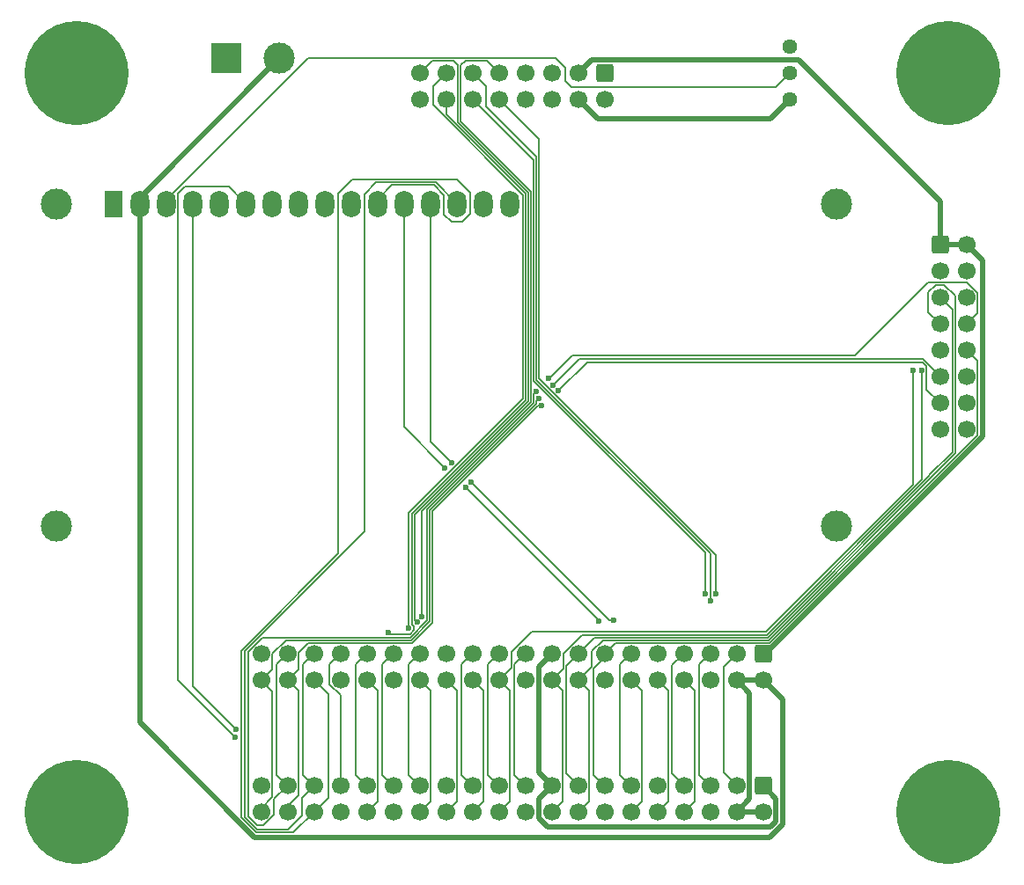
<source format=gbr>
%TF.GenerationSoftware,KiCad,Pcbnew,(6.0.6)*%
%TF.CreationDate,2022-08-14T22:29:33-04:00*%
%TF.ProjectId,raspberry_pi_wiring_harness,72617370-6265-4727-9279-5f70695f7769,rev?*%
%TF.SameCoordinates,Original*%
%TF.FileFunction,Copper,L1,Top*%
%TF.FilePolarity,Positive*%
%FSLAX46Y46*%
G04 Gerber Fmt 4.6, Leading zero omitted, Abs format (unit mm)*
G04 Created by KiCad (PCBNEW (6.0.6)) date 2022-08-14 22:29:33*
%MOMM*%
%LPD*%
G01*
G04 APERTURE LIST*
G04 Aperture macros list*
%AMRoundRect*
0 Rectangle with rounded corners*
0 $1 Rounding radius*
0 $2 $3 $4 $5 $6 $7 $8 $9 X,Y pos of 4 corners*
0 Add a 4 corners polygon primitive as box body*
4,1,4,$2,$3,$4,$5,$6,$7,$8,$9,$2,$3,0*
0 Add four circle primitives for the rounded corners*
1,1,$1+$1,$2,$3*
1,1,$1+$1,$4,$5*
1,1,$1+$1,$6,$7*
1,1,$1+$1,$8,$9*
0 Add four rect primitives between the rounded corners*
20,1,$1+$1,$2,$3,$4,$5,0*
20,1,$1+$1,$4,$5,$6,$7,0*
20,1,$1+$1,$6,$7,$8,$9,0*
20,1,$1+$1,$8,$9,$2,$3,0*%
G04 Aperture macros list end*
%TA.AperFunction,ComponentPad*%
%ADD10C,1.440000*%
%TD*%
%TA.AperFunction,ComponentPad*%
%ADD11RoundRect,0.250000X-0.600000X0.600000X-0.600000X-0.600000X0.600000X-0.600000X0.600000X0.600000X0*%
%TD*%
%TA.AperFunction,ComponentPad*%
%ADD12C,1.700000*%
%TD*%
%TA.AperFunction,ComponentPad*%
%ADD13RoundRect,0.250000X-0.600000X-0.600000X0.600000X-0.600000X0.600000X0.600000X-0.600000X0.600000X0*%
%TD*%
%TA.AperFunction,ComponentPad*%
%ADD14R,3.000000X3.000000*%
%TD*%
%TA.AperFunction,ComponentPad*%
%ADD15C,3.000000*%
%TD*%
%TA.AperFunction,ComponentPad*%
%ADD16C,0.900000*%
%TD*%
%TA.AperFunction,ComponentPad*%
%ADD17C,10.000000*%
%TD*%
%TA.AperFunction,ComponentPad*%
%ADD18R,1.800000X2.600000*%
%TD*%
%TA.AperFunction,ComponentPad*%
%ADD19O,1.800000X2.600000*%
%TD*%
%TA.AperFunction,ViaPad*%
%ADD20C,0.600000*%
%TD*%
%TA.AperFunction,Conductor*%
%ADD21C,0.508000*%
%TD*%
%TA.AperFunction,Conductor*%
%ADD22C,0.127000*%
%TD*%
G04 APERTURE END LIST*
D10*
%TO.P,RV1,1,1*%
%TO.N,GND*%
X126200000Y-55080000D03*
%TO.P,RV1,2,2*%
%TO.N,Net-(DS1-Pad3)*%
X126200000Y-57620000D03*
%TO.P,RV1,3,3*%
%TO.N,+5V*%
X126200000Y-60160000D03*
%TD*%
D11*
%TO.P,J5,1,GND*%
%TO.N,GND*%
X108420000Y-57620000D03*
D12*
%TO.P,J5,2,GND2*%
X108420000Y-60160000D03*
%TO.P,J5,3,3V3*%
%TO.N,+3V3*%
X105880000Y-57620000D03*
%TO.P,J5,4,5V*%
%TO.N,+5V*%
X105880000Y-60160000D03*
%TO.P,J5,5,GND3*%
%TO.N,GND*%
X103340000Y-57620000D03*
%TO.P,J5,6,GND4*%
X103340000Y-60160000D03*
%TO.P,J5,7,GND5*%
X100800000Y-57620000D03*
%TO.P,J5,8,GND6*%
X100800000Y-60160000D03*
%TO.P,J5,9,LCD_CLOCK*%
%TO.N,/GPIO1*%
X98260000Y-57620000D03*
%TO.P,J5,10,LCD_DATA*%
%TO.N,/GPIO2*%
X98260000Y-60160000D03*
%TO.P,J5,11,LCD_PLANE_1*%
%TO.N,/GPIO3*%
X95720000Y-57620000D03*
%TO.P,J5,12,LCD_PLANE_2*%
%TO.N,/GPIO4*%
X95720000Y-60160000D03*
%TO.P,J5,13,LCD_PLANE_3*%
%TO.N,/GPIO5*%
X93180000Y-57620000D03*
%TO.P,J5,14,LCD_PLANE_4*%
%TO.N,/GPIO6*%
X93180000Y-60160000D03*
%TO.P,J5,15,LCD_~{SAMPLE}*%
%TO.N,/GPIO0*%
X90640000Y-57620000D03*
%TO.P,J5,16,GND3*%
%TO.N,GND*%
X90640000Y-60160000D03*
%TD*%
D13*
%TO.P,J4,1,3V3*%
%TO.N,+3V3*%
X140687500Y-74130000D03*
D12*
%TO.P,J4,2,3V3_dup*%
X143227500Y-74130000D03*
%TO.P,J4,3,GND*%
%TO.N,GND*%
X140687500Y-76670000D03*
%TO.P,J4,4,GND2*%
X143227500Y-76670000D03*
%TO.P,J4,5,S0*%
%TO.N,/GPIO22*%
X140687500Y-79210000D03*
%TO.P,J4,6,S3*%
%TO.N,/GPIO25*%
X143227500Y-79210000D03*
%TO.P,J4,7,S1*%
%TO.N,/GPIO23*%
X140687500Y-81750000D03*
%TO.P,J4,8,S4*%
%TO.N,/GPIO26*%
X143227500Y-81750000D03*
%TO.P,J4,9,S2*%
%TO.N,/GPIO24*%
X140687500Y-84290000D03*
%TO.P,J4,10,S5*%
%TO.N,/GPIO27*%
X143227500Y-84290000D03*
%TO.P,J4,11,~{E}*%
%TO.N,/GPIO21*%
X140687500Y-86830000D03*
%TO.P,J4,12,~{E}_dup*%
X143227500Y-86830000D03*
%TO.P,J4,13,POW*%
%TO.N,/GPIO20*%
X140687500Y-89370000D03*
%TO.P,J4,14,POW_dup*%
X143227500Y-89370000D03*
%TO.P,J4,15,GND3*%
%TO.N,GND*%
X140687500Y-91910000D03*
%TO.P,J4,16,GND4*%
X143227500Y-91910000D03*
%TD*%
D14*
%TO.P,J3,1,Pin_1*%
%TO.N,GND*%
X72072600Y-56197600D03*
D15*
%TO.P,J3,2,Pin_2*%
%TO.N,+5V*%
X77152600Y-56197600D03*
%TD*%
D11*
%TO.P,J2,1,3V3*%
%TO.N,+3V3*%
X123660000Y-126200000D03*
D12*
%TO.P,J2,2,5V*%
%TO.N,+5V*%
X123660000Y-128740000D03*
%TO.P,J2,3,SDA/GPIO2*%
%TO.N,/GPIO2*%
X121120000Y-126200000D03*
%TO.P,J2,4,5V*%
%TO.N,+5V*%
X121120000Y-128740000D03*
%TO.P,J2,5,SCL/GPIO3*%
%TO.N,/GPIO3*%
X118580000Y-126200000D03*
%TO.P,J2,6,GND*%
%TO.N,GND*%
X118580000Y-128740000D03*
%TO.P,J2,7,GCLK0/GPIO4*%
%TO.N,/GPIO4*%
X116040000Y-126200000D03*
%TO.P,J2,8,GPIO14/TXD*%
%TO.N,/GPIO14*%
X116040000Y-128740000D03*
%TO.P,J2,9,GND*%
%TO.N,GND*%
X113500000Y-126200000D03*
%TO.P,J2,10,GPIO15/RXD*%
%TO.N,/GPIO15*%
X113500000Y-128740000D03*
%TO.P,J2,11,GPIO17*%
%TO.N,/GPIO17*%
X110960000Y-126200000D03*
%TO.P,J2,12,GPIO18/PWM0*%
%TO.N,/GPIO18*%
X110960000Y-128740000D03*
%TO.P,J2,13,GPIO27*%
%TO.N,/GPIO27*%
X108420000Y-126200000D03*
%TO.P,J2,14,GND*%
%TO.N,GND*%
X108420000Y-128740000D03*
%TO.P,J2,15,GPIO22*%
%TO.N,/GPIO22*%
X105880000Y-126200000D03*
%TO.P,J2,16,GPIO23*%
%TO.N,/GPIO23*%
X105880000Y-128740000D03*
%TO.P,J2,17,3V3*%
%TO.N,+3V3*%
X103340000Y-126200000D03*
%TO.P,J2,18,GPIO24*%
%TO.N,/GPIO24*%
X103340000Y-128740000D03*
%TO.P,J2,19,MOSI0/GPIO10*%
%TO.N,/GPIO10*%
X100800000Y-126200000D03*
%TO.P,J2,20,GND*%
%TO.N,GND*%
X100800000Y-128740000D03*
%TO.P,J2,21,MISO0/GPIO9*%
%TO.N,/GPIO9*%
X98260000Y-126200000D03*
%TO.P,J2,22,GPIO25*%
%TO.N,/GPIO25*%
X98260000Y-128740000D03*
%TO.P,J2,23,SCLK0/GPIO11*%
%TO.N,/GPIO11*%
X95720000Y-126200000D03*
%TO.P,J2,24,~{CE0}/GPIO8*%
%TO.N,/GPIO8*%
X95720000Y-128740000D03*
%TO.P,J2,25,GND*%
%TO.N,GND*%
X93180000Y-126200000D03*
%TO.P,J2,26,~{CE1}/GPIO7*%
%TO.N,/GPIO7*%
X93180000Y-128740000D03*
%TO.P,J2,27,ID_SD/GPIO0*%
%TO.N,/GPIO0*%
X90640000Y-126200000D03*
%TO.P,J2,28,ID_SC/GPIO1*%
%TO.N,/GPIO1*%
X90640000Y-128740000D03*
%TO.P,J2,29,GCLK1/GPIO5*%
%TO.N,/GPIO5*%
X88100000Y-126200000D03*
%TO.P,J2,30,GND*%
%TO.N,GND*%
X88100000Y-128740000D03*
%TO.P,J2,31,GCLK2/GPIO6*%
%TO.N,/GPIO6*%
X85560000Y-126200000D03*
%TO.P,J2,32,PWM0/GPIO12*%
%TO.N,/GPIO12*%
X85560000Y-128740000D03*
%TO.P,J2,33,PWM1/GPIO13*%
%TO.N,/GPIO13*%
X83020000Y-126200000D03*
%TO.P,J2,34,GND*%
%TO.N,GND*%
X83020000Y-128740000D03*
%TO.P,J2,35,GPIO19/MISO1*%
%TO.N,/GPIO19*%
X80480000Y-126200000D03*
%TO.P,J2,36,GPIO16*%
%TO.N,/GPIO16*%
X80480000Y-128740000D03*
%TO.P,J2,37,GPIO26*%
%TO.N,/GPIO26*%
X77940000Y-126200000D03*
%TO.P,J2,38,GPIO20/MOSI1*%
%TO.N,/GPIO20*%
X77940000Y-128740000D03*
%TO.P,J2,39,GND*%
%TO.N,GND*%
X75400000Y-126200000D03*
%TO.P,J2,40,GPIO21/SCLK1*%
%TO.N,/GPIO21*%
X75400000Y-128740000D03*
%TD*%
D11*
%TO.P,J1,1,3V3*%
%TO.N,+3V3*%
X123660000Y-113500000D03*
D12*
%TO.P,J1,2,5V*%
%TO.N,+5V*%
X123660000Y-116040000D03*
%TO.P,J1,3,SDA/GPIO2*%
%TO.N,/GPIO2*%
X121120000Y-113500000D03*
%TO.P,J1,4,5V*%
%TO.N,+5V*%
X121120000Y-116040000D03*
%TO.P,J1,5,SCL/GPIO3*%
%TO.N,/GPIO3*%
X118580000Y-113500000D03*
%TO.P,J1,6,GND*%
%TO.N,GND*%
X118580000Y-116040000D03*
%TO.P,J1,7,GCLK0/GPIO4*%
%TO.N,/GPIO4*%
X116040000Y-113500000D03*
%TO.P,J1,8,GPIO14/TXD*%
%TO.N,/GPIO14*%
X116040000Y-116040000D03*
%TO.P,J1,9,GND*%
%TO.N,GND*%
X113500000Y-113500000D03*
%TO.P,J1,10,GPIO15/RXD*%
%TO.N,/GPIO15*%
X113500000Y-116040000D03*
%TO.P,J1,11,GPIO17*%
%TO.N,/GPIO17*%
X110960000Y-113500000D03*
%TO.P,J1,12,GPIO18/PWM0*%
%TO.N,/GPIO18*%
X110960000Y-116040000D03*
%TO.P,J1,13,GPIO27*%
%TO.N,/GPIO27*%
X108420000Y-113500000D03*
%TO.P,J1,14,GND*%
%TO.N,GND*%
X108420000Y-116040000D03*
%TO.P,J1,15,GPIO22*%
%TO.N,/GPIO22*%
X105880000Y-113500000D03*
%TO.P,J1,16,GPIO23*%
%TO.N,/GPIO23*%
X105880000Y-116040000D03*
%TO.P,J1,17,3V3*%
%TO.N,+3V3*%
X103340000Y-113500000D03*
%TO.P,J1,18,GPIO24*%
%TO.N,/GPIO24*%
X103340000Y-116040000D03*
%TO.P,J1,19,MOSI0/GPIO10*%
%TO.N,/GPIO10*%
X100800000Y-113500000D03*
%TO.P,J1,20,GND*%
%TO.N,GND*%
X100800000Y-116040000D03*
%TO.P,J1,21,MISO0/GPIO9*%
%TO.N,/GPIO9*%
X98260000Y-113500000D03*
%TO.P,J1,22,GPIO25*%
%TO.N,/GPIO25*%
X98260000Y-116040000D03*
%TO.P,J1,23,SCLK0/GPIO11*%
%TO.N,/GPIO11*%
X95720000Y-113500000D03*
%TO.P,J1,24,~{CE0}/GPIO8*%
%TO.N,/GPIO8*%
X95720000Y-116040000D03*
%TO.P,J1,25,GND*%
%TO.N,GND*%
X93180000Y-113500000D03*
%TO.P,J1,26,~{CE1}/GPIO7*%
%TO.N,/GPIO7*%
X93180000Y-116040000D03*
%TO.P,J1,27,ID_SD/GPIO0*%
%TO.N,/GPIO0*%
X90640000Y-113500000D03*
%TO.P,J1,28,ID_SC/GPIO1*%
%TO.N,/GPIO1*%
X90640000Y-116040000D03*
%TO.P,J1,29,GCLK1/GPIO5*%
%TO.N,/GPIO5*%
X88100000Y-113500000D03*
%TO.P,J1,30,GND*%
%TO.N,GND*%
X88100000Y-116040000D03*
%TO.P,J1,31,GCLK2/GPIO6*%
%TO.N,/GPIO6*%
X85560000Y-113500000D03*
%TO.P,J1,32,PWM0/GPIO12*%
%TO.N,/GPIO12*%
X85560000Y-116040000D03*
%TO.P,J1,33,PWM1/GPIO13*%
%TO.N,/GPIO13*%
X83020000Y-113500000D03*
%TO.P,J1,34,GND*%
%TO.N,GND*%
X83020000Y-116040000D03*
%TO.P,J1,35,GPIO19/MISO1*%
%TO.N,/GPIO19*%
X80480000Y-113500000D03*
%TO.P,J1,36,GPIO16*%
%TO.N,/GPIO16*%
X80480000Y-116040000D03*
%TO.P,J1,37,GPIO26*%
%TO.N,/GPIO26*%
X77940000Y-113500000D03*
%TO.P,J1,38,GPIO20/MOSI1*%
%TO.N,/GPIO20*%
X77940000Y-116040000D03*
%TO.P,J1,39,GND*%
%TO.N,GND*%
X75400000Y-113500000D03*
%TO.P,J1,40,GPIO21/SCLK1*%
%TO.N,/GPIO21*%
X75400000Y-116040000D03*
%TD*%
D16*
%TO.P,H4,1,1*%
%TO.N,GND*%
X57620000Y-132490000D03*
X57620000Y-124990000D03*
X60271650Y-126088350D03*
X53870000Y-128740000D03*
D17*
X57620000Y-128740000D03*
D16*
X61370000Y-128740000D03*
X54968350Y-126088350D03*
X60271650Y-131391650D03*
X54968350Y-131391650D03*
%TD*%
%TO.P,H3,1,1*%
%TO.N,GND*%
X57620000Y-61370000D03*
X57620000Y-53870000D03*
X60271650Y-54968350D03*
X53870000Y-57620000D03*
D17*
X57620000Y-57620000D03*
D16*
X61370000Y-57620000D03*
X54968350Y-54968350D03*
X60271650Y-60271650D03*
X54968350Y-60271650D03*
%TD*%
%TO.P,H2,1,1*%
%TO.N,GND*%
X141440000Y-132490000D03*
X141440000Y-124990000D03*
X144091650Y-126088350D03*
X137690000Y-128740000D03*
D17*
X141440000Y-128740000D03*
D16*
X145190000Y-128740000D03*
X138788350Y-126088350D03*
X144091650Y-131391650D03*
X138788350Y-131391650D03*
%TD*%
%TO.P,H1,1,1*%
%TO.N,GND*%
X141440000Y-61370000D03*
X141440000Y-53870000D03*
X144091650Y-54968350D03*
X137690000Y-57620000D03*
D17*
X141440000Y-57620000D03*
D16*
X145190000Y-57620000D03*
X138788350Y-54968350D03*
X144091650Y-60271650D03*
X138788350Y-60271650D03*
%TD*%
D15*
%TO.P,DS1,*%
%TO.N,*%
X130679480Y-101203200D03*
X55680900Y-70202500D03*
X55680900Y-101203200D03*
X130680000Y-70202500D03*
D18*
%TO.P,DS1,1,VSS*%
%TO.N,GND*%
X61180000Y-70202500D03*
D19*
%TO.P,DS1,2,VDD*%
%TO.N,+5V*%
X63720000Y-70202500D03*
%TO.P,DS1,3,VO*%
%TO.N,Net-(DS1-Pad3)*%
X66260000Y-70202500D03*
%TO.P,DS1,4,RS*%
%TO.N,/GPIO15*%
X68800000Y-70202500D03*
%TO.P,DS1,5,R/W*%
%TO.N,GND*%
X71340000Y-70202500D03*
%TO.P,DS1,6,E*%
%TO.N,/GPIO14*%
X73880000Y-70202500D03*
%TO.P,DS1,7,D0*%
%TO.N,unconnected-(DS1-Pad7)*%
X76420000Y-70202500D03*
%TO.P,DS1,8,D1*%
%TO.N,unconnected-(DS1-Pad8)*%
X78960000Y-70202500D03*
%TO.P,DS1,9,D2*%
%TO.N,unconnected-(DS1-Pad9)*%
X81500000Y-70202500D03*
%TO.P,DS1,10,D3*%
%TO.N,unconnected-(DS1-Pad10)*%
X84040000Y-70202500D03*
%TO.P,DS1,11,D4*%
%TO.N,/GPIO16*%
X86580000Y-70202500D03*
%TO.P,DS1,12,D5*%
%TO.N,/GPIO17*%
X89120000Y-70202500D03*
%TO.P,DS1,13,D6*%
%TO.N,/GPIO18*%
X91660000Y-70202500D03*
%TO.P,DS1,14,D7*%
%TO.N,/GPIO19*%
X94200000Y-70202500D03*
%TO.P,DS1,15,LED(+)*%
%TO.N,+5V*%
X96740000Y-70202500D03*
%TO.P,DS1,16,LED(-)*%
%TO.N,GND*%
X99280000Y-70202500D03*
%TD*%
D20*
%TO.N,/GPIO26*%
X103022400Y-87020400D03*
X101828600Y-88239600D03*
%TO.N,/GPIO25*%
X138049000Y-86258400D03*
%TO.N,/GPIO24*%
X138887200Y-86233000D03*
%TO.N,/GPIO20*%
X103987600Y-88188800D03*
%TO.N,/GPIO21*%
X103428800Y-87655400D03*
%TO.N,/GPIO20*%
X102336600Y-89662000D03*
%TO.N,/GPIO21*%
X102073361Y-88939139D03*
%TO.N,/GPIO18*%
X93675200Y-95123000D03*
X95598914Y-96984822D03*
%TO.N,/GPIO17*%
X95072200Y-97485200D03*
X93040200Y-95605600D03*
%TO.N,/GPIO18*%
X109283500Y-110274100D03*
%TO.N,/GPIO17*%
X107810300Y-110350300D03*
%TO.N,/GPIO2*%
X119090000Y-107746800D03*
%TO.N,/GPIO3*%
X118600000Y-108382022D03*
%TO.N,/GPIO4*%
X118110000Y-107721400D03*
%TO.N,/GPIO15*%
X72941400Y-120802400D03*
%TO.N,/GPIO14*%
X72890600Y-121566467D03*
%TO.N,/GPIO5*%
X89560400Y-111048800D03*
%TO.N,/GPIO6*%
X87630000Y-111429800D03*
%TO.N,/GPIO0*%
X90375706Y-110478176D03*
%TO.N,/GPIO1*%
X90841108Y-109920317D03*
%TD*%
D21*
%TO.N,+5V*%
X74752200Y-131165600D02*
X63720000Y-120133400D01*
X124282200Y-131165600D02*
X74752200Y-131165600D01*
X125526800Y-129921000D02*
X124282200Y-131165600D01*
X123660000Y-116040000D02*
X125526800Y-117906800D01*
X125526800Y-117906800D02*
X125526800Y-129921000D01*
X63720000Y-120133400D02*
X63720000Y-70202500D01*
%TO.N,+3V3*%
X124362680Y-130187800D02*
X102933600Y-130187800D01*
X102070000Y-127470000D02*
X103340000Y-126200000D01*
X124892299Y-129658181D02*
X124362680Y-130187800D01*
X102070000Y-129324200D02*
X102070000Y-127470000D01*
X124892299Y-127432299D02*
X124892299Y-129658181D01*
X102933600Y-130187800D02*
X102070000Y-129324200D01*
X123660000Y-126200000D02*
X124892299Y-127432299D01*
D22*
%TO.N,/GPIO16*%
X87980300Y-68402200D02*
X86580000Y-69802500D01*
X92964000Y-69367400D02*
X91998800Y-68402200D01*
X92964000Y-71221600D02*
X92964000Y-69367400D01*
X93675200Y-71932800D02*
X92964000Y-71221600D01*
X95453200Y-71170800D02*
X94691200Y-71932800D01*
X95453200Y-69164200D02*
X95453200Y-71170800D01*
X94183200Y-67894200D02*
X95453200Y-69164200D01*
X84124800Y-67894200D02*
X94183200Y-67894200D01*
X82804000Y-69215000D02*
X84124800Y-67894200D01*
X82804000Y-103860600D02*
X82804000Y-69215000D01*
X73431400Y-129209800D02*
X73431400Y-113233200D01*
X74943199Y-130721599D02*
X73431400Y-129209800D01*
X91998800Y-68402200D02*
X87980300Y-68402200D01*
X73431400Y-113233200D02*
X82804000Y-103860600D01*
X80480000Y-128740000D02*
X78498401Y-130721599D01*
X86580000Y-69802500D02*
X86580000Y-70202500D01*
X78498401Y-130721599D02*
X74943199Y-130721599D01*
X94691200Y-71932800D02*
X93675200Y-71932800D01*
D21*
%TO.N,+3V3*%
X107150000Y-56350000D02*
X105880000Y-57620000D01*
X140687500Y-69948500D02*
X127089000Y-56350000D01*
X140687500Y-74130000D02*
X140687500Y-69948500D01*
X127089000Y-56350000D02*
X107150000Y-56350000D01*
D22*
%TO.N,Net-(DS1-Pad3)*%
X104660800Y-57112000D02*
X103708200Y-56159400D01*
X104660800Y-58356600D02*
X104660800Y-57112000D01*
X103708200Y-56159400D02*
X79903100Y-56159400D01*
X124879200Y-58940800D02*
X105245000Y-58940800D01*
X105245000Y-58940800D02*
X104660800Y-58356600D01*
X126200000Y-57620000D02*
X124879200Y-58940800D01*
X79903100Y-56159400D02*
X66260000Y-69802500D01*
%TO.N,/GPIO0*%
X94310699Y-62385803D02*
X101067099Y-69142203D01*
X101067099Y-89192685D02*
X90170000Y-100089784D01*
X94310699Y-56871099D02*
X94310699Y-62385803D01*
X93852501Y-56412901D02*
X94310699Y-56871099D01*
X91847099Y-56412901D02*
X93852501Y-56412901D01*
X90640000Y-57620000D02*
X91847099Y-56412901D01*
%TO.N,/GPIO1*%
X101320600Y-89297688D02*
X90841108Y-99777180D01*
%TO.N,/GPIO0*%
X101067099Y-69142203D02*
X101067099Y-89192685D01*
%TO.N,/GPIO1*%
X101320600Y-69037200D02*
X101320600Y-89297688D01*
X94564200Y-56896000D02*
X94564200Y-62280800D01*
X98260000Y-57620000D02*
X97052901Y-56412901D01*
X95047299Y-56412901D02*
X94564200Y-56896000D01*
X97052901Y-56412901D02*
X95047299Y-56412901D01*
%TO.N,/GPIO0*%
X90170000Y-100089784D02*
X90170000Y-110272470D01*
%TO.N,/GPIO1*%
X94564200Y-62280800D02*
X101320600Y-69037200D01*
X90841108Y-99777180D02*
X90841108Y-109920317D01*
%TO.N,/GPIO0*%
X90170000Y-110272470D02*
X90375706Y-110478176D01*
%TO.N,/GPIO20*%
X78980500Y-117080500D02*
X77940000Y-116040000D01*
X78980500Y-127140500D02*
X78980500Y-117080500D01*
X77940000Y-128181000D02*
X78980500Y-127140500D01*
X77940000Y-128740000D02*
X77940000Y-128181000D01*
%TO.N,/GPIO19*%
X92146199Y-68148699D02*
X94200000Y-70202500D01*
X86435701Y-68148699D02*
X92146199Y-68148699D01*
X85293200Y-101752400D02*
X85293200Y-69291200D01*
X73812400Y-113233200D02*
X85293200Y-101752400D01*
X77952600Y-130454400D02*
X75034504Y-130454400D01*
X75034504Y-130454400D02*
X73812400Y-129232296D01*
X73812400Y-129232296D02*
X73812400Y-113233200D01*
X79324200Y-127355800D02*
X79324200Y-129082800D01*
X85293200Y-69291200D02*
X86435701Y-68148699D01*
X80480000Y-126200000D02*
X79324200Y-127355800D01*
X79324200Y-129082800D02*
X77952600Y-130454400D01*
%TO.N,/GPIO15*%
X68800000Y-70202500D02*
X68800000Y-116661000D01*
%TO.N,/GPIO14*%
X67350500Y-116026367D02*
X72890600Y-121566467D01*
X67350500Y-69255500D02*
X67350500Y-116026367D01*
X68026000Y-68580000D02*
X67350500Y-69255500D01*
X73880000Y-70202500D02*
X72257500Y-68580000D01*
%TO.N,/GPIO15*%
X68800000Y-116661000D02*
X72941400Y-120802400D01*
%TO.N,/GPIO26*%
X101583361Y-88484839D02*
X101828600Y-88239600D01*
X91363800Y-99612992D02*
X101583361Y-89393431D01*
X89722455Y-111938214D02*
X91363800Y-110296869D01*
X74117200Y-129178592D02*
X74117200Y-113309400D01*
X74986608Y-130048000D02*
X74117200Y-129178592D01*
X75563490Y-130048000D02*
X74986608Y-130048000D01*
X76631800Y-128979690D02*
X75563490Y-130048000D01*
X76631800Y-127508200D02*
X76631800Y-128979690D01*
%TO.N,/GPIO14*%
X72257500Y-68580000D02*
X68026000Y-68580000D01*
%TO.N,/GPIO26*%
X77940000Y-126200000D02*
X76631800Y-127508200D01*
X101583361Y-89393431D02*
X101583361Y-88484839D01*
X91363800Y-110296869D02*
X91363800Y-99612992D01*
X75488386Y-111938214D02*
X89722455Y-111938214D01*
X74117200Y-113309400D02*
X75488386Y-111938214D01*
%TO.N,/GPIO20*%
X102031800Y-89662000D02*
X102336600Y-89662000D01*
X91870802Y-99822998D02*
X102031800Y-89662000D01*
X91870802Y-110506876D02*
X91870802Y-99822998D01*
X89932462Y-112445216D02*
X91870802Y-110506876D01*
X79947357Y-112445216D02*
X89932462Y-112445216D01*
X78980500Y-113412073D02*
X79947357Y-112445216D01*
X78980500Y-114999500D02*
X78980500Y-113412073D01*
%TO.N,/GPIO21*%
X91617301Y-99717995D02*
X101846600Y-89488696D01*
X89827459Y-112191715D02*
X91617301Y-110401873D01*
X77757119Y-112191715D02*
X89827459Y-112191715D01*
X76440500Y-114999500D02*
X76440500Y-113508334D01*
X75400000Y-116040000D02*
X76440500Y-114999500D01*
X101846600Y-89488696D02*
X101846600Y-89165900D01*
%TO.N,/GPIO6*%
X87815200Y-111615000D02*
X87630000Y-111429800D01*
X89687165Y-111615000D02*
X87815200Y-111615000D01*
X90050400Y-111251765D02*
X89687165Y-111615000D01*
X100813598Y-89087682D02*
X89872600Y-100028680D01*
X100813598Y-69247206D02*
X100813598Y-89087682D01*
X93180000Y-61613609D02*
X100813598Y-69247206D01*
X93180000Y-60160000D02*
X93180000Y-61613609D01*
%TO.N,/GPIO5*%
X89560400Y-99982376D02*
X89560400Y-111048800D01*
X100560097Y-88982679D02*
X89560400Y-99982376D01*
%TO.N,/GPIO21*%
X101846600Y-89165900D02*
X102073361Y-88939139D01*
%TO.N,/GPIO5*%
X91897200Y-60689313D02*
X100560097Y-69352209D01*
%TO.N,/GPIO6*%
X90050400Y-110845835D02*
X90050400Y-111251765D01*
%TO.N,/GPIO20*%
X77940000Y-116040000D02*
X78980500Y-114999500D01*
%TO.N,/GPIO5*%
X91897200Y-58902800D02*
X91897200Y-60689313D01*
X93180000Y-57620000D02*
X91897200Y-58902800D01*
%TO.N,/GPIO21*%
X76440500Y-113508334D02*
X77757119Y-112191715D01*
X91617301Y-110401873D02*
X91617301Y-99717995D01*
%TO.N,/GPIO6*%
X89872600Y-100028680D02*
X89872600Y-110668035D01*
X89872600Y-110668035D02*
X90050400Y-110845835D01*
%TO.N,/GPIO5*%
X100560097Y-69352209D02*
X100560097Y-88982679D01*
%TO.N,/GPIO17*%
X89120000Y-70202500D02*
X89120000Y-91685400D01*
X89120000Y-91685400D02*
X93040200Y-95605600D01*
X95072200Y-97536000D02*
X95072200Y-97485200D01*
X107810300Y-110274100D02*
X95072200Y-97536000D01*
X107810300Y-110350300D02*
X107810300Y-110274100D01*
%TO.N,/GPIO18*%
X95598914Y-97021314D02*
X95598914Y-96984822D01*
X108851700Y-110274100D02*
X95598914Y-97021314D01*
X109283500Y-110274100D02*
X108851700Y-110274100D01*
X91660000Y-93107800D02*
X93675200Y-95123000D01*
X91660000Y-70202500D02*
X91660000Y-93107800D01*
%TO.N,/GPIO26*%
X103098600Y-87020400D02*
X103022400Y-87020400D01*
X105283000Y-84836000D02*
X103098600Y-87020400D01*
X132461000Y-84836000D02*
X105283000Y-84836000D01*
X139521701Y-77775299D02*
X132461000Y-84836000D01*
X144272000Y-80705500D02*
X144272000Y-78783010D01*
X143264289Y-77775299D02*
X139521701Y-77775299D01*
X143227500Y-81750000D02*
X144272000Y-80705500D01*
X144272000Y-78783010D02*
X143264289Y-77775299D01*
%TO.N,/GPIO20*%
X138988565Y-85463600D02*
X106712800Y-85463600D01*
X139377200Y-85852235D02*
X138988565Y-85463600D01*
X139377200Y-88059700D02*
X139377200Y-85852235D01*
X106712800Y-85463600D02*
X103987600Y-88188800D01*
X140687500Y-89370000D02*
X139377200Y-88059700D01*
%TO.N,/GPIO4*%
X101600998Y-66040998D02*
X95720000Y-60160000D01*
X101600998Y-87237571D02*
X101600998Y-66040998D01*
X118110000Y-103746573D02*
X101600998Y-87237571D01*
X118110000Y-107721400D02*
X118110000Y-103746573D01*
%TO.N,/GPIO3*%
X96977200Y-60807600D02*
X96977200Y-58877200D01*
X101854499Y-65684899D02*
X96977200Y-60807600D01*
X101854499Y-87132568D02*
X101854499Y-65684899D01*
X118600000Y-103878069D02*
X101854499Y-87132568D01*
X96977200Y-58877200D02*
X95720000Y-57620000D01*
X118600000Y-108382022D02*
X118600000Y-103878069D01*
%TO.N,/GPIO2*%
X102108000Y-64008000D02*
X98260000Y-60160000D01*
X119090000Y-104009565D02*
X102108000Y-87027565D01*
%TO.N,/GPIO21*%
X105987691Y-85096509D02*
X103428800Y-87655400D01*
X140687500Y-86804031D02*
X138979978Y-85096509D01*
%TO.N,/GPIO2*%
X119090000Y-107746800D02*
X119090000Y-104009565D01*
%TO.N,/GPIO21*%
X138979978Y-85096509D02*
X105987691Y-85096509D01*
%TO.N,/GPIO2*%
X102108000Y-87027565D02*
X102108000Y-64008000D01*
%TO.N,/GPIO25*%
X138049000Y-97231200D02*
X138049000Y-86258400D01*
X123901200Y-111379000D02*
X138049000Y-97231200D01*
X99466400Y-113362110D02*
X101449510Y-111379000D01*
X99466400Y-114833600D02*
X99466400Y-113362110D01*
X98260000Y-116040000D02*
X99466400Y-114833600D01*
X101449510Y-111379000D02*
X123901200Y-111379000D01*
%TO.N,/GPIO24*%
X123977400Y-111683800D02*
X138887200Y-96774000D01*
X106224710Y-111683800D02*
X123977400Y-111683800D01*
X104419400Y-113489110D02*
X106224710Y-111683800D01*
X104419400Y-114960600D02*
X104419400Y-113489110D01*
X103340000Y-116040000D02*
X104419400Y-114960600D01*
X138887200Y-96774000D02*
X138887200Y-86233000D01*
%TO.N,/GPIO23*%
X139547600Y-80610100D02*
X140687500Y-81750000D01*
X140247552Y-78028800D02*
X139547600Y-78728752D01*
X141071600Y-78028800D02*
X140247552Y-78028800D01*
X142113000Y-79070200D02*
X141071600Y-78028800D01*
X142113000Y-94212784D02*
X142113000Y-79070200D01*
X139547600Y-78728752D02*
X139547600Y-80610100D01*
X139876802Y-96448982D02*
X142113000Y-94212784D01*
X139876802Y-96501406D02*
X139876802Y-96448982D01*
X124187406Y-112190802D02*
X139876802Y-96501406D01*
X124134983Y-112190802D02*
X124187406Y-112190802D01*
X124134484Y-112191301D02*
X124134983Y-112190802D01*
X108257209Y-112191301D02*
X124134484Y-112191301D01*
X107188000Y-113260510D02*
X108257209Y-112191301D01*
X105880000Y-116040000D02*
X107188000Y-114732000D01*
X107188000Y-114732000D02*
X107188000Y-113260510D01*
%TO.N,/GPIO21*%
X76461400Y-117101400D02*
X75400000Y-116040000D01*
X76461400Y-127320096D02*
X76461400Y-117101400D01*
X75400000Y-128381496D02*
X76461400Y-127320096D01*
D21*
%TO.N,+3V3*%
X144754600Y-92610024D02*
X144754600Y-75657100D01*
X123864624Y-113500000D02*
X144754600Y-92610024D01*
D22*
%TO.N,/GPIO27*%
X144268000Y-92468712D02*
X144268000Y-85330500D01*
X109474699Y-112445301D02*
X124291411Y-112445301D01*
D21*
%TO.N,+3V3*%
X144754600Y-75657100D02*
X143227500Y-74130000D01*
D22*
%TO.N,/GPIO27*%
X108420000Y-113500000D02*
X109474699Y-112445301D01*
X124291411Y-112445301D02*
X144268000Y-92468712D01*
%TO.N,/GPIO22*%
X141859499Y-80381999D02*
X140687500Y-79210000D01*
X139623301Y-96343979D02*
X141859499Y-94107781D01*
X139623301Y-96396403D02*
X139623301Y-96343979D01*
X105880000Y-113500000D02*
X107442699Y-111937301D01*
%TO.N,/GPIO27*%
X144268000Y-85330500D02*
X143227500Y-84290000D01*
%TO.N,/GPIO22*%
X141859499Y-94107781D02*
X141859499Y-80381999D01*
X107442699Y-111937301D02*
X124082403Y-111937301D01*
X124082403Y-111937301D02*
X139623301Y-96396403D01*
%TO.N,/GPIO27*%
X107379500Y-125159500D02*
X107379500Y-114899005D01*
X107379500Y-114899005D02*
X108420000Y-113858505D01*
X108420000Y-126200000D02*
X107379500Y-125159500D01*
%TO.N,/GPIO22*%
X104672901Y-114707099D02*
X105880000Y-113500000D01*
X105880000Y-126200000D02*
X104672901Y-124992901D01*
X104672901Y-124992901D02*
X104672901Y-114707099D01*
%TO.N,/GPIO3*%
X118580000Y-126200000D02*
X117539500Y-125159500D01*
X117539500Y-125159500D02*
X117539500Y-114540500D01*
X117539500Y-114540500D02*
X118580000Y-113500000D01*
D21*
%TO.N,+5V*%
X124327690Y-62032310D02*
X107752310Y-62032310D01*
X107752310Y-62032310D02*
X105880000Y-60160000D01*
X126200000Y-60160000D02*
X124327690Y-62032310D01*
%TO.N,+3V3*%
X143227500Y-74130000D02*
X140687500Y-74130000D01*
%TO.N,+5V*%
X63720000Y-69630200D02*
X77152600Y-56197600D01*
X123660000Y-128740000D02*
X121120000Y-128740000D01*
X123660000Y-116040000D02*
X121120000Y-116040000D01*
X122351000Y-117271000D02*
X121120000Y-116040000D01*
X122351000Y-127509000D02*
X122351000Y-117271000D01*
X121120000Y-128740000D02*
X122351000Y-127509000D01*
D22*
%TO.N,/GPIO17*%
X109919500Y-114540500D02*
X110960000Y-113500000D01*
X110960000Y-126200000D02*
X109919500Y-125159500D01*
X109919500Y-125159500D02*
X109919500Y-114540500D01*
D21*
%TO.N,+3V3*%
X102095400Y-114744600D02*
X103340000Y-113500000D01*
X102095400Y-124955400D02*
X102095400Y-114744600D01*
X103340000Y-126200000D02*
X102095400Y-124955400D01*
D22*
%TO.N,/GPIO10*%
X99759500Y-114540500D02*
X100800000Y-113500000D01*
X99759500Y-125159500D02*
X99759500Y-114540500D01*
X100800000Y-126200000D02*
X99759500Y-125159500D01*
%TO.N,/GPIO9*%
X97219500Y-114540500D02*
X98260000Y-113500000D01*
X97219500Y-125159500D02*
X97219500Y-114540500D01*
X98260000Y-126200000D02*
X97219500Y-125159500D01*
%TO.N,/GPIO11*%
X94679500Y-114540500D02*
X95720000Y-113500000D01*
X95720000Y-126200000D02*
X94679500Y-125159500D01*
X94679500Y-125159500D02*
X94679500Y-114540500D01*
%TO.N,/GPIO0*%
X89599500Y-114540500D02*
X90640000Y-113500000D01*
X89599500Y-125159500D02*
X89599500Y-114540500D01*
X90640000Y-126200000D02*
X89599500Y-125159500D01*
%TO.N,/GPIO5*%
X87059500Y-114540500D02*
X88100000Y-113500000D01*
X87059500Y-125159500D02*
X87059500Y-114540500D01*
X88100000Y-126200000D02*
X87059500Y-125159500D01*
%TO.N,/GPIO6*%
X84519500Y-114540500D02*
X85560000Y-113500000D01*
X84519500Y-125159500D02*
X84519500Y-114540500D01*
X85560000Y-126200000D02*
X84519500Y-125159500D01*
%TO.N,/GPIO13*%
X81979500Y-116470990D02*
X81979500Y-114540500D01*
X81979500Y-114540500D02*
X83020000Y-113500000D01*
X83020000Y-117511490D02*
X81979500Y-116470990D01*
X83020000Y-126200000D02*
X83020000Y-117511490D01*
%TO.N,/GPIO19*%
X79439500Y-125159500D02*
X79439500Y-114540500D01*
X79439500Y-114540500D02*
X80480000Y-113500000D01*
X80480000Y-126200000D02*
X79439500Y-125159500D01*
%TO.N,/GPIO26*%
X76899500Y-114540500D02*
X77940000Y-113500000D01*
X77940000Y-126200000D02*
X76899500Y-125159500D01*
X76899500Y-125159500D02*
X76899500Y-114540500D01*
%TO.N,/GPIO16*%
X81841252Y-117401252D02*
X80480000Y-116040000D01*
X81841252Y-127378748D02*
X81841252Y-117401252D01*
X80480000Y-128740000D02*
X81841252Y-127378748D01*
%TO.N,/GPIO12*%
X86600500Y-117080500D02*
X85560000Y-116040000D01*
X85560000Y-128740000D02*
X86600500Y-127699500D01*
X86600500Y-127699500D02*
X86600500Y-117080500D01*
%TO.N,/GPIO1*%
X91680500Y-117080500D02*
X90640000Y-116040000D01*
X91680500Y-127699500D02*
X91680500Y-117080500D01*
X90640000Y-128740000D02*
X91680500Y-127699500D01*
%TO.N,/GPIO7*%
X94220500Y-117080500D02*
X93180000Y-116040000D01*
X94220500Y-127699500D02*
X94220500Y-117080500D01*
X93180000Y-128740000D02*
X94220500Y-127699500D01*
%TO.N,/GPIO8*%
X96760500Y-117080500D02*
X95720000Y-116040000D01*
X95720000Y-128740000D02*
X96760500Y-127699500D01*
X96760500Y-127699500D02*
X96760500Y-117080500D01*
%TO.N,/GPIO25*%
X99300500Y-117080500D02*
X98260000Y-116040000D01*
X99300500Y-127699500D02*
X99300500Y-117080500D01*
X98260000Y-128740000D02*
X99300500Y-127699500D01*
%TO.N,/GPIO24*%
X104380500Y-117080500D02*
X103340000Y-116040000D01*
X104380500Y-127699500D02*
X104380500Y-117080500D01*
X103340000Y-128740000D02*
X104380500Y-127699500D01*
%TO.N,/GPIO23*%
X106920500Y-117080500D02*
X105880000Y-116040000D01*
X106920500Y-127699500D02*
X106920500Y-117080500D01*
X105880000Y-128740000D02*
X106920500Y-127699500D01*
%TO.N,/GPIO18*%
X112000500Y-117080500D02*
X110960000Y-116040000D01*
X112000500Y-127699500D02*
X112000500Y-117080500D01*
X110960000Y-128740000D02*
X112000500Y-127699500D01*
%TO.N,/GPIO15*%
X114540500Y-117080500D02*
X113500000Y-116040000D01*
X114540500Y-127699500D02*
X114540500Y-117080500D01*
X113500000Y-128740000D02*
X114540500Y-127699500D01*
%TO.N,/GPIO4*%
X114897000Y-125057000D02*
X114897000Y-114643000D01*
X114897000Y-114643000D02*
X116040000Y-113500000D01*
X116040000Y-126200000D02*
X114897000Y-125057000D01*
%TO.N,/GPIO14*%
X117080500Y-117080500D02*
X116040000Y-116040000D01*
X117080500Y-127699500D02*
X117080500Y-117080500D01*
X116040000Y-128740000D02*
X117080500Y-127699500D01*
%TO.N,/GPIO2*%
X119875400Y-114744600D02*
X121120000Y-113500000D01*
X119875400Y-124955400D02*
X119875400Y-114744600D01*
X121120000Y-126200000D02*
X119875400Y-124955400D01*
%TD*%
M02*

</source>
